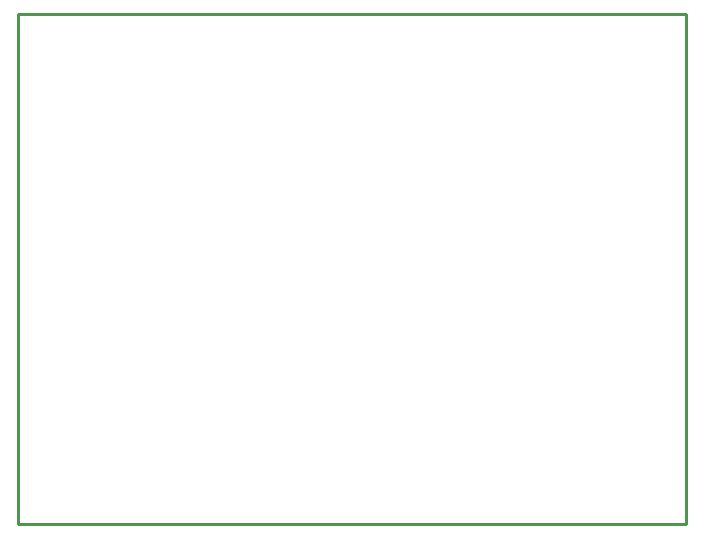
<source format=gbr>
G04 #@! TF.GenerationSoftware,KiCad,Pcbnew,(5.1.10)-1*
G04 #@! TF.CreationDate,2021-11-16T12:52:47+01:00*
G04 #@! TF.ProjectId,colpitts-k_1v5,636f6c70-6974-4747-932d-6b5f3176352e,2*
G04 #@! TF.SameCoordinates,Original*
G04 #@! TF.FileFunction,Profile,NP*
%FSLAX46Y46*%
G04 Gerber Fmt 4.6, Leading zero omitted, Abs format (unit mm)*
G04 Created by KiCad (PCBNEW (5.1.10)-1) date 2021-11-16 12:52:47*
%MOMM*%
%LPD*%
G01*
G04 APERTURE LIST*
G04 #@! TA.AperFunction,Profile*
%ADD10C,0.254000*%
G04 #@! TD*
G04 APERTURE END LIST*
D10*
X74930000Y-125095000D02*
X131445000Y-125095000D01*
X74930000Y-168275000D02*
X74930000Y-125095000D01*
X131445000Y-168275000D02*
X74930000Y-168275000D01*
X131445000Y-125095000D02*
X131445000Y-168275000D01*
M02*

</source>
